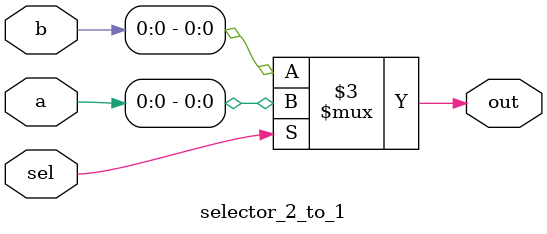
<source format=v>
`timescale 1ns / 1ps

module selector_2_to_1(a, b, sel, out);
  parameter WIDTH = 32;

  input [WIDTH-1:0] a;
  input [WIDTH-1:0] b;
  input sel;
  output reg out;

always @(sel or a or b)
begin
  if (sel)
    out <= a;
  else
    out <= b;
end

endmodule
</source>
